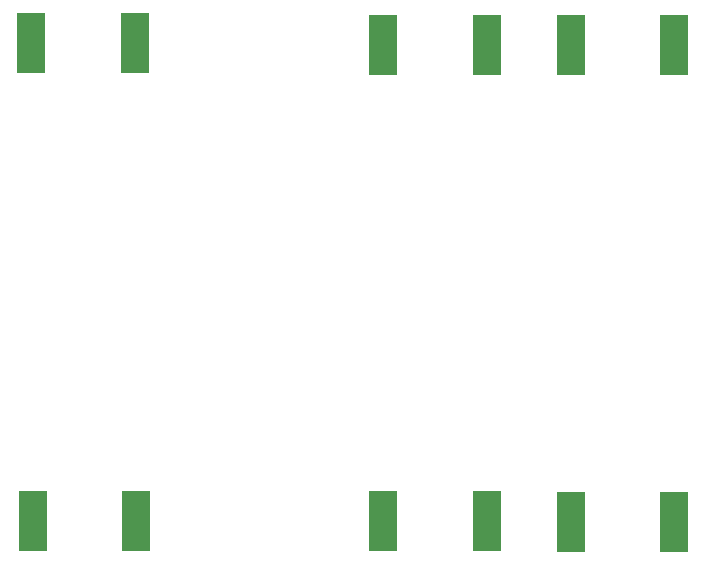
<source format=gbr>
%TF.GenerationSoftware,KiCad,Pcbnew,7.0.5*%
%TF.CreationDate,2023-07-10T11:24:46-06:00*%
%TF.ProjectId,S_Tele,535f5465-6c65-42e6-9b69-6361645f7063,rev?*%
%TF.SameCoordinates,Original*%
%TF.FileFunction,Paste,Bot*%
%TF.FilePolarity,Positive*%
%FSLAX46Y46*%
G04 Gerber Fmt 4.6, Leading zero omitted, Abs format (unit mm)*
G04 Created by KiCad (PCBNEW 7.0.5) date 2023-07-10 11:24:46*
%MOMM*%
%LPD*%
G01*
G04 APERTURE LIST*
%ADD10R,2.420000X5.080000*%
G04 APERTURE END LIST*
D10*
%TO.C,J5*%
X168553200Y-76615850D03*
X159793200Y-76615850D03*
%TD*%
%TO.C,J3*%
X130113000Y-116929250D03*
X138873000Y-116929250D03*
%TD*%
%TO.C,J4*%
X138746000Y-76523500D03*
X129986000Y-76523500D03*
%TD*%
%TO.C,J6*%
X159793400Y-116929400D03*
X168553400Y-116929400D03*
%TD*%
%TO.C,J8*%
X175668400Y-117004400D03*
X184428400Y-117004400D03*
%TD*%
%TO.C,J7*%
X184428200Y-76615850D03*
X175668200Y-76615850D03*
%TD*%
M02*

</source>
